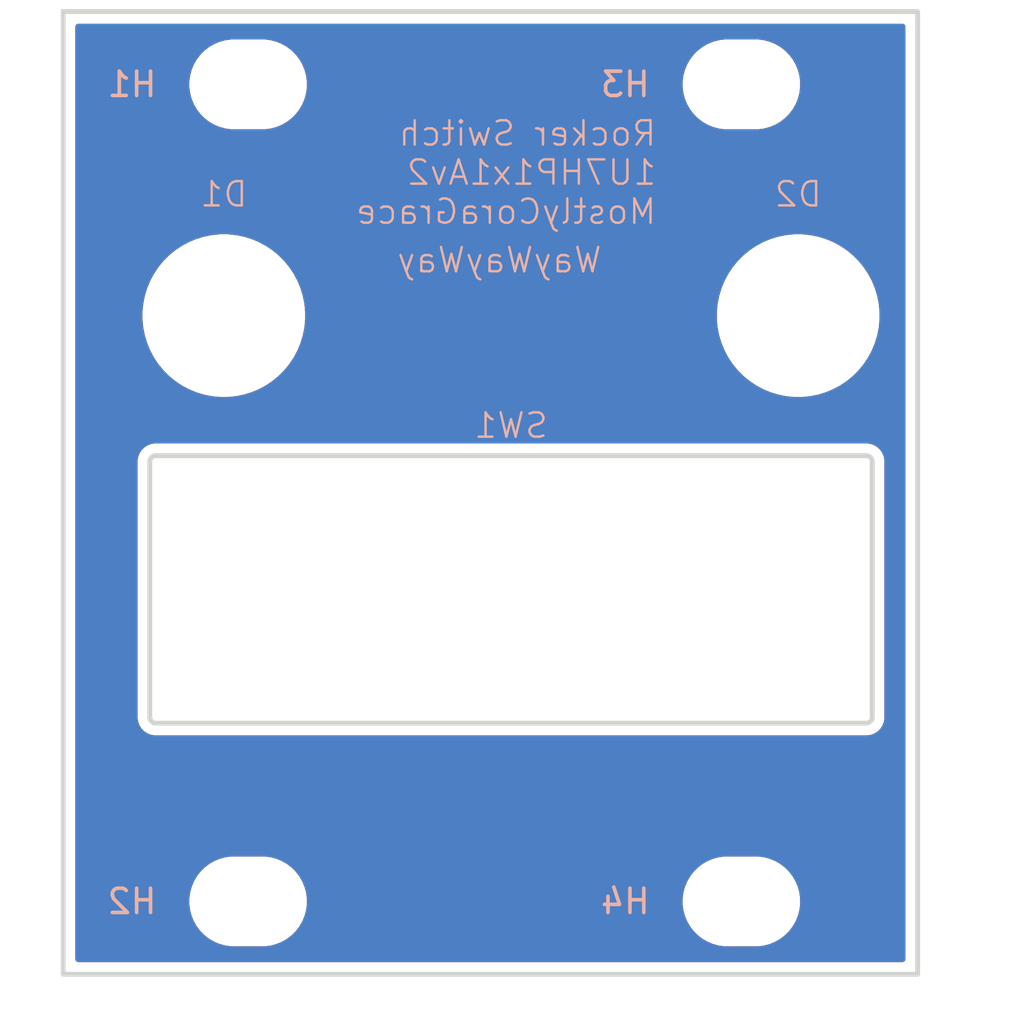
<source format=kicad_pcb>
(kicad_pcb (version 20241229) (generator "pcbnew") (generator_version "9.0")
  (layers (0 "F.Cu" signal) (2 "B.Cu" signal) (13 "F.Paste" user) (15 "B.Paste" user) (5 "F.SilkS" user "F.Silkscreen") (7 "B.SilkS" user "B.Silkscreen") (1 "F.Mask" user) (3 "B.Mask" user) (25 "Edge.Cuts" user))
  (net 0 "")
  (footprint "EXC:6mm_Panel_Mount_LED" (layer "F.Cu") (at 6.62 14.95)
    (property "Reference" "D1" (at 0 -5 0) (layer "B.SilkS") (effects (font (thickness 0.1)) (justify mirror)))
    (property "Value" "6mm_Panel_Mount_LED")
    (pad "" np_thru_hole circle (at 0 0) (size 6.2 6.2) (drill 6.2) (layers "*.Cu" "*.Mask"))
  )
  (footprint "EXC:MountingHole_3.2mm_M3" (layer "F.Cu") (at 27.94 39.075)
    (property "Reference" "H4" (at -3.683 0 0) (layer "B.SilkS") (effects (justify left mirror)))
    (property "Value" "Eurorack_M3_MountingHole")
    (pad "" np_thru_hole oval (at 0 0) (size 4.34 3.2) (drill oval 4.34 3.2) (layers "*.Cu" "*.Mask"))
  )
  (footprint "EXC:SW_SPDT_Rocker_Switch_Panel_Mount_Top" (layer "F.Cu") (at 18.45 26.2252)
    (property "Reference" "SW1" (at 0 -6.75 0) (layer "B.SilkS") (effects (font (thickness 0.1)) (justify mirror)))
    (property "Value" "SW_SPDT_Rocker_Switch_Panel_Mount_Top")
    (fp_line (start -14.88 5.260001) (end -14.88 -5.26) (stroke (width 0.2)) (layer "Edge.Cuts"))
    (fp_line (start -14.630001 -5.51) (end 14.63 -5.51) (stroke (width 0.2)) (layer "Edge.Cuts"))
    (fp_line (start 14.63 5.51) (end -14.630001 5.51) (stroke (width 0.2)) (layer "Edge.Cuts"))
    (fp_line (start 14.88 -5.26) (end 14.88 5.26) (stroke (width 0.2)) (layer "Edge.Cuts"))
    (fp_arc (start -14.88 -5.26) (mid -14.806777 -5.436777) (end -14.63 -5.51) (stroke (width 0.2)) (layer "Edge.Cuts"))
    (fp_arc (start -14.63 5.51) (mid -14.806777 5.436777) (end -14.88 5.26) (stroke (width 0.2)) (layer "Edge.Cuts"))
    (fp_arc (start 14.63 -5.51) (mid 14.806777 -5.436777) (end 14.88 -5.26) (stroke (width 0.2)) (layer "Edge.Cuts"))
    (fp_arc (start 14.88 5.26) (mid 14.806777 5.436777) (end 14.63 5.51) (stroke (width 0.2)) (layer "Edge.Cuts"))
  )
  (footprint "EXC:MountingHole_3.2mm_M3" (layer "F.Cu") (at 27.94 5.425)
    (property "Reference" "H3" (at -3.683 0 0) (layer "B.SilkS") (effects (justify left mirror)))
    (property "Value" "Eurorack_M3_MountingHole")
    (pad "" np_thru_hole oval (at 0 0) (size 4.34 3.2) (drill oval 4.34 3.2) (layers "*.Cu" "*.Mask"))
  )
  (footprint "EXC:6mm_Panel_Mount_LED" (layer "F.Cu") (at 30.28 14.95)
    (property "Reference" "D2" (at 0 -5 0) (layer "B.SilkS") (effects (font (thickness 0.1)) (justify mirror)))
    (property "Value" "6mm_Panel_Mount_LED")
    (pad "" np_thru_hole circle (at 0 0) (size 6.2 6.2) (drill 6.2) (layers "*.Cu" "*.Mask"))
  )
  (footprint "EXC:MountingHole_3.2mm_M3" (layer "F.Cu") (at 7.62 5.425)
    (property "Reference" "H1" (at -3.683 0 0) (layer "B.SilkS") (effects (justify left mirror)))
    (property "Value" "Eurorack_M3_MountingHole")
    (pad "" np_thru_hole oval (at 0 0) (size 4.34 3.2) (drill oval 4.34 3.2) (layers "*.Cu" "*.Mask"))
  )
  (footprint "EXC:MountingHole_3.2mm_M3" (layer "F.Cu") (at 7.62 39.075)
    (property "Reference" "H2" (at -3.683 0 0) (layer "B.SilkS") (effects (justify left mirror)))
    (property "Value" "Eurorack_M3_MountingHole")
    (pad "" np_thru_hole oval (at 0 0) (size 4.34 3.2) (drill oval 4.34 3.2) (layers "*.Cu" "*.Mask"))
  )
  (gr_rect (start 0 2.425) (end 35.2 42.075) (stroke (width 0.2)) (fill no) (layer "Edge.Cuts"))
  (gr_text "WayWayWay" (at 22.25 13.25 0) (layer "B.SilkS") (effects (font (size 1 1) (thickness 0.1)) (justify left bottom mirror)))
  (gr_text "Rocker Switch\n1U7HP1x1Av2\nMostlyCoraGrace" (at 24.5 11.25 0) (layer "B.SilkS") (effects (font (size 1 1) (thickness 0.1)) (justify left bottom mirror)))
  (zone (net 0) (net_name "") (layers "F.Cu" "B.Cu") (connect_pads (clearance 0.5)) (min_thickness 0.25) (fill yes (thermal_gap 0.5) (thermal_bridge_width 0.5) (island_removal_mode 1) (island_area_min 10))
    (polygon (pts (xy 0 2.425) (xy 35.2 2.425) (xy 35.2 42.075) (xy 0 42.075)))
  )
)
</source>
